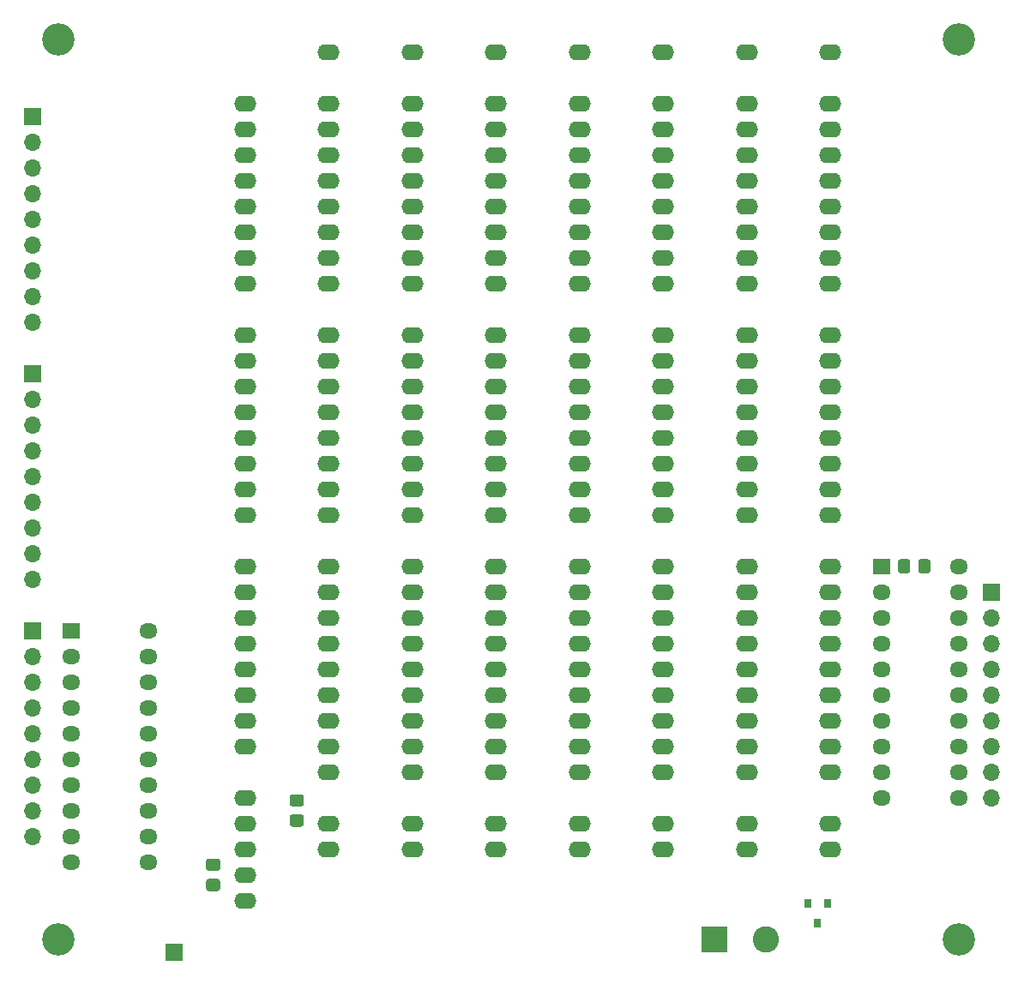
<source format=gbr>
%TF.GenerationSoftware,KiCad,Pcbnew,(5.1.8)-1*%
%TF.CreationDate,2024-08-14T23:36:35+03:00*%
%TF.ProjectId,MUL8x8,4d554c38-7838-42e6-9b69-6361645f7063,rev?*%
%TF.SameCoordinates,Original*%
%TF.FileFunction,Soldermask,Bot*%
%TF.FilePolarity,Negative*%
%FSLAX46Y46*%
G04 Gerber Fmt 4.6, Leading zero omitted, Abs format (unit mm)*
G04 Created by KiCad (PCBNEW (5.1.8)-1) date 2024-08-14 23:36:35*
%MOMM*%
%LPD*%
G01*
G04 APERTURE LIST*
%ADD10O,1.800000X1.500000*%
%ADD11R,1.800000X1.500000*%
%ADD12R,0.800000X0.900000*%
%ADD13C,2.600000*%
%ADD14R,2.600000X2.600000*%
%ADD15R,1.700000X1.700000*%
%ADD16O,1.700000X1.700000*%
%ADD17O,2.200000X1.600000*%
%ADD18C,3.200000*%
G04 APERTURE END LIST*
%TO.C,R3*%
G36*
G01*
X102635000Y-70300001D02*
X102635000Y-69399999D01*
G75*
G02*
X102884999Y-69150000I249999J0D01*
G01*
X103585001Y-69150000D01*
G75*
G02*
X103835000Y-69399999I0J-249999D01*
G01*
X103835000Y-70300001D01*
G75*
G02*
X103585001Y-70550000I-249999J0D01*
G01*
X102884999Y-70550000D01*
G75*
G02*
X102635000Y-70300001I0J249999D01*
G01*
G37*
G36*
G01*
X100635000Y-70300001D02*
X100635000Y-69399999D01*
G75*
G02*
X100884999Y-69150000I249999J0D01*
G01*
X101585001Y-69150000D01*
G75*
G02*
X101835000Y-69399999I0J-249999D01*
G01*
X101835000Y-70300001D01*
G75*
G02*
X101585001Y-70550000I-249999J0D01*
G01*
X100884999Y-70550000D01*
G75*
G02*
X100635000Y-70300001I0J249999D01*
G01*
G37*
%TD*%
D10*
%TO.C,U10*%
X106680000Y-69850000D03*
X99060000Y-92710000D03*
X106680000Y-72390000D03*
X99060000Y-90170000D03*
X106680000Y-74930000D03*
X99060000Y-87630000D03*
X106680000Y-77470000D03*
X99060000Y-85090000D03*
X106680000Y-80010000D03*
X99060000Y-82550000D03*
X106680000Y-82550000D03*
X99060000Y-80010000D03*
X106680000Y-85090000D03*
X99060000Y-77470000D03*
X106680000Y-87630000D03*
X99060000Y-74930000D03*
X106680000Y-90170000D03*
X99060000Y-72390000D03*
X106680000Y-92710000D03*
D11*
X99060000Y-69850000D03*
%TD*%
D10*
%TO.C,U9*%
X26670000Y-76200000D03*
X19050000Y-99060000D03*
X26670000Y-78740000D03*
X19050000Y-96520000D03*
X26670000Y-81280000D03*
X19050000Y-93980000D03*
X26670000Y-83820000D03*
X19050000Y-91440000D03*
X26670000Y-86360000D03*
X19050000Y-88900000D03*
X26670000Y-88900000D03*
X19050000Y-86360000D03*
X26670000Y-91440000D03*
X19050000Y-83820000D03*
X26670000Y-93980000D03*
X19050000Y-81280000D03*
X26670000Y-96520000D03*
X19050000Y-78740000D03*
X26670000Y-99060000D03*
D11*
X19050000Y-76200000D03*
%TD*%
%TO.C,R2*%
G36*
G01*
X33470001Y-99930000D02*
X32569999Y-99930000D01*
G75*
G02*
X32320000Y-99680001I0J249999D01*
G01*
X32320000Y-98979999D01*
G75*
G02*
X32569999Y-98730000I249999J0D01*
G01*
X33470001Y-98730000D01*
G75*
G02*
X33720000Y-98979999I0J-249999D01*
G01*
X33720000Y-99680001D01*
G75*
G02*
X33470001Y-99930000I-249999J0D01*
G01*
G37*
G36*
G01*
X33470001Y-101930000D02*
X32569999Y-101930000D01*
G75*
G02*
X32320000Y-101680001I0J249999D01*
G01*
X32320000Y-100979999D01*
G75*
G02*
X32569999Y-100730000I249999J0D01*
G01*
X33470001Y-100730000D01*
G75*
G02*
X33720000Y-100979999I0J-249999D01*
G01*
X33720000Y-101680001D01*
G75*
G02*
X33470001Y-101930000I-249999J0D01*
G01*
G37*
%TD*%
%TO.C,R1*%
G36*
G01*
X41725001Y-93580000D02*
X40824999Y-93580000D01*
G75*
G02*
X40575000Y-93330001I0J249999D01*
G01*
X40575000Y-92629999D01*
G75*
G02*
X40824999Y-92380000I249999J0D01*
G01*
X41725001Y-92380000D01*
G75*
G02*
X41975000Y-92629999I0J-249999D01*
G01*
X41975000Y-93330001D01*
G75*
G02*
X41725001Y-93580000I-249999J0D01*
G01*
G37*
G36*
G01*
X41725001Y-95580000D02*
X40824999Y-95580000D01*
G75*
G02*
X40575000Y-95330001I0J249999D01*
G01*
X40575000Y-94629999D01*
G75*
G02*
X40824999Y-94380000I249999J0D01*
G01*
X41725001Y-94380000D01*
G75*
G02*
X41975000Y-94629999I0J-249999D01*
G01*
X41975000Y-95330001D01*
G75*
G02*
X41725001Y-95580000I-249999J0D01*
G01*
G37*
%TD*%
D12*
%TO.C,Q1*%
X92710000Y-105140000D03*
X93660000Y-103140000D03*
X91760000Y-103140000D03*
%TD*%
D13*
%TO.C,J6*%
X87550000Y-106680000D03*
D14*
X82550000Y-106680000D03*
%TD*%
D15*
%TO.C,J5*%
X29210000Y-107950000D03*
%TD*%
D16*
%TO.C,J4*%
X109855000Y-92710000D03*
X109855000Y-90170000D03*
X109855000Y-87630000D03*
X109855000Y-85090000D03*
X109855000Y-82550000D03*
X109855000Y-80010000D03*
X109855000Y-77470000D03*
X109855000Y-74930000D03*
D15*
X109855000Y-72390000D03*
%TD*%
D16*
%TO.C,J3*%
X15240000Y-96520000D03*
X15240000Y-93980000D03*
X15240000Y-91440000D03*
X15240000Y-88900000D03*
X15240000Y-86360000D03*
X15240000Y-83820000D03*
X15240000Y-81280000D03*
X15240000Y-78740000D03*
D15*
X15240000Y-76200000D03*
%TD*%
D16*
%TO.C,J2*%
X15240000Y-45720000D03*
X15240000Y-43180000D03*
X15240000Y-40640000D03*
X15240000Y-38100000D03*
X15240000Y-35560000D03*
X15240000Y-33020000D03*
X15240000Y-30480000D03*
X15240000Y-27940000D03*
D15*
X15240000Y-25400000D03*
%TD*%
D16*
%TO.C,J1*%
X15240000Y-71120000D03*
X15240000Y-68580000D03*
X15240000Y-66040000D03*
X15240000Y-63500000D03*
X15240000Y-60960000D03*
X15240000Y-58420000D03*
X15240000Y-55880000D03*
X15240000Y-53340000D03*
D15*
X15240000Y-50800000D03*
%TD*%
D17*
%TO.C,U8*%
X36195000Y-102870000D03*
X36195000Y-100330000D03*
X36195000Y-97790000D03*
X36195000Y-95250000D03*
X36195000Y-92710000D03*
X36195000Y-87630000D03*
X36195000Y-85090000D03*
X36195000Y-82550000D03*
X36195000Y-80010000D03*
X36195000Y-77470000D03*
X36195000Y-74930000D03*
X36195000Y-72390000D03*
X36195000Y-69850000D03*
X36195000Y-64770000D03*
X36195000Y-62230000D03*
X36195000Y-59690000D03*
X36195000Y-57150000D03*
X36195000Y-54610000D03*
X36195000Y-52070000D03*
X36195000Y-49530000D03*
X36195000Y-46990000D03*
X36195000Y-41910000D03*
X36195000Y-39370000D03*
X36195000Y-36830000D03*
X36195000Y-34290000D03*
X36195000Y-31750000D03*
X36195000Y-29210000D03*
X36195000Y-26670000D03*
X36195000Y-24130000D03*
%TD*%
%TO.C,U7*%
X93980000Y-97790000D03*
X93980000Y-95250000D03*
X93980000Y-90170000D03*
X93980000Y-87630000D03*
X93980000Y-85090000D03*
X93980000Y-82550000D03*
X93980000Y-80010000D03*
X93980000Y-77470000D03*
X93980000Y-74930000D03*
X93980000Y-72390000D03*
X93980000Y-69850000D03*
X93980000Y-64770000D03*
X93980000Y-62230000D03*
X93980000Y-59690000D03*
X93980000Y-57150000D03*
X93980000Y-54610000D03*
X93980000Y-52070000D03*
X93980000Y-49530000D03*
X93980000Y-46990000D03*
X93980000Y-41910000D03*
X93980000Y-39370000D03*
X93980000Y-36830000D03*
X93980000Y-34290000D03*
X93980000Y-31750000D03*
X93980000Y-29210000D03*
X93980000Y-26670000D03*
X93980000Y-24130000D03*
X93980000Y-19050000D03*
%TD*%
%TO.C,U6*%
X85725000Y-97790000D03*
X85725000Y-95250000D03*
X85725000Y-90170000D03*
X85725000Y-87630000D03*
X85725000Y-85090000D03*
X85725000Y-82550000D03*
X85725000Y-80010000D03*
X85725000Y-77470000D03*
X85725000Y-74930000D03*
X85725000Y-72390000D03*
X85725000Y-69850000D03*
X85725000Y-64770000D03*
X85725000Y-62230000D03*
X85725000Y-59690000D03*
X85725000Y-57150000D03*
X85725000Y-54610000D03*
X85725000Y-52070000D03*
X85725000Y-49530000D03*
X85725000Y-46990000D03*
X85725000Y-41910000D03*
X85725000Y-39370000D03*
X85725000Y-36830000D03*
X85725000Y-34290000D03*
X85725000Y-31750000D03*
X85725000Y-29210000D03*
X85725000Y-26670000D03*
X85725000Y-24130000D03*
X85725000Y-19050000D03*
%TD*%
%TO.C,U5*%
X77470000Y-97790000D03*
X77470000Y-95250000D03*
X77470000Y-90170000D03*
X77470000Y-87630000D03*
X77470000Y-85090000D03*
X77470000Y-82550000D03*
X77470000Y-80010000D03*
X77470000Y-77470000D03*
X77470000Y-74930000D03*
X77470000Y-72390000D03*
X77470000Y-69850000D03*
X77470000Y-64770000D03*
X77470000Y-62230000D03*
X77470000Y-59690000D03*
X77470000Y-57150000D03*
X77470000Y-54610000D03*
X77470000Y-52070000D03*
X77470000Y-49530000D03*
X77470000Y-46990000D03*
X77470000Y-41910000D03*
X77470000Y-39370000D03*
X77470000Y-36830000D03*
X77470000Y-34290000D03*
X77470000Y-31750000D03*
X77470000Y-29210000D03*
X77470000Y-26670000D03*
X77470000Y-24130000D03*
X77470000Y-19050000D03*
%TD*%
%TO.C,U4*%
X69215000Y-97790000D03*
X69215000Y-95250000D03*
X69215000Y-90170000D03*
X69215000Y-87630000D03*
X69215000Y-85090000D03*
X69215000Y-82550000D03*
X69215000Y-80010000D03*
X69215000Y-77470000D03*
X69215000Y-74930000D03*
X69215000Y-72390000D03*
X69215000Y-69850000D03*
X69215000Y-64770000D03*
X69215000Y-62230000D03*
X69215000Y-59690000D03*
X69215000Y-57150000D03*
X69215000Y-54610000D03*
X69215000Y-52070000D03*
X69215000Y-49530000D03*
X69215000Y-46990000D03*
X69215000Y-41910000D03*
X69215000Y-39370000D03*
X69215000Y-36830000D03*
X69215000Y-34290000D03*
X69215000Y-31750000D03*
X69215000Y-29210000D03*
X69215000Y-26670000D03*
X69215000Y-24130000D03*
X69215000Y-19050000D03*
%TD*%
%TO.C,U3*%
X60960000Y-97790000D03*
X60960000Y-95250000D03*
X60960000Y-90170000D03*
X60960000Y-87630000D03*
X60960000Y-85090000D03*
X60960000Y-82550000D03*
X60960000Y-80010000D03*
X60960000Y-77470000D03*
X60960000Y-74930000D03*
X60960000Y-72390000D03*
X60960000Y-69850000D03*
X60960000Y-64770000D03*
X60960000Y-62230000D03*
X60960000Y-59690000D03*
X60960000Y-57150000D03*
X60960000Y-54610000D03*
X60960000Y-52070000D03*
X60960000Y-49530000D03*
X60960000Y-46990000D03*
X60960000Y-41910000D03*
X60960000Y-39370000D03*
X60960000Y-36830000D03*
X60960000Y-34290000D03*
X60960000Y-31750000D03*
X60960000Y-29210000D03*
X60960000Y-26670000D03*
X60960000Y-24130000D03*
X60960000Y-19050000D03*
%TD*%
%TO.C,U2*%
X52705000Y-97790000D03*
X52705000Y-95250000D03*
X52705000Y-90170000D03*
X52705000Y-87630000D03*
X52705000Y-85090000D03*
X52705000Y-82550000D03*
X52705000Y-80010000D03*
X52705000Y-77470000D03*
X52705000Y-74930000D03*
X52705000Y-72390000D03*
X52705000Y-69850000D03*
X52705000Y-64770000D03*
X52705000Y-62230000D03*
X52705000Y-59690000D03*
X52705000Y-57150000D03*
X52705000Y-54610000D03*
X52705000Y-52070000D03*
X52705000Y-49530000D03*
X52705000Y-46990000D03*
X52705000Y-41910000D03*
X52705000Y-39370000D03*
X52705000Y-36830000D03*
X52705000Y-34290000D03*
X52705000Y-31750000D03*
X52705000Y-29210000D03*
X52705000Y-26670000D03*
X52705000Y-24130000D03*
X52705000Y-19050000D03*
%TD*%
%TO.C,U1*%
X44450000Y-97790000D03*
X44450000Y-95250000D03*
X44450000Y-90170000D03*
X44450000Y-87630000D03*
X44450000Y-85090000D03*
X44450000Y-82550000D03*
X44450000Y-80010000D03*
X44450000Y-77470000D03*
X44450000Y-74930000D03*
X44450000Y-72390000D03*
X44450000Y-69850000D03*
X44450000Y-64770000D03*
X44450000Y-62230000D03*
X44450000Y-59690000D03*
X44450000Y-57150000D03*
X44450000Y-54610000D03*
X44450000Y-52070000D03*
X44450000Y-49530000D03*
X44450000Y-46990000D03*
X44450000Y-41910000D03*
X44450000Y-39370000D03*
X44450000Y-36830000D03*
X44450000Y-34290000D03*
X44450000Y-31750000D03*
X44450000Y-29210000D03*
X44450000Y-26670000D03*
X44450000Y-24130000D03*
X44450000Y-19050000D03*
%TD*%
D18*
%TO.C,H4*%
X106680000Y-106680000D03*
%TD*%
%TO.C,H3*%
X17780000Y-106680000D03*
%TD*%
%TO.C,H2*%
X106680000Y-17780000D03*
%TD*%
%TO.C,H1*%
X17780000Y-17780000D03*
%TD*%
M02*

</source>
